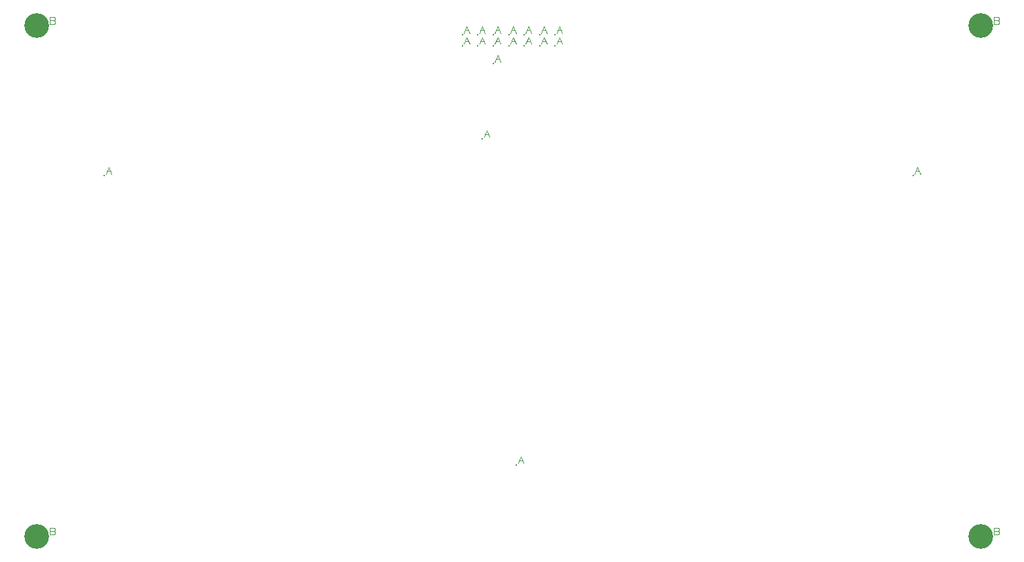
<source format=gbr>
G04 GENERATED BY PULSONIX 7.0 GERBER.DLL 4573*
%INHILLSTAR_100X50_EL_V1_0*%
%LNGERBER_DRILL*%
%FSLAX33Y33*%
%IPPOS*%
%LPD*%
%OFA0B0*%
%MOMM*%
%ADD15C,0.125*%
%ADD146C,0.250*%
%ADD698C,3.200*%
X0Y0D02*
D02*
D15*
X71036Y94611D02*
X71183Y94538D01*
X71257Y94391*
X71183Y94244*
X71036Y94170*
X70521*
Y95052*
X71036*
X71183Y94979*
X71257Y94832*
X71183Y94685*
X71036Y94611*
X70521*
X71036Y160611D02*
X71183Y160538D01*
X71257Y160391*
X71183Y160244*
X71036Y160170*
X70521*
Y161052*
X71036*
X71183Y160979*
X71257Y160832*
X71183Y160685*
X71036Y160611*
X70521*
X77796Y140760D02*
X78164Y141642D01*
X78532Y140760*
X77943Y141128D02*
X78384Y141128D01*
X124046Y157570D02*
X124414Y158452D01*
X124782Y157570*
X124193Y157938D02*
X124634Y157938D01*
X124046Y158970D02*
X124414Y159852D01*
X124782Y158970*
X124193Y159338D02*
X124634Y159338D01*
X126046Y157570D02*
X126414Y158452D01*
X126782Y157570*
X126193Y157938D02*
X126634Y157938D01*
X126046Y158970D02*
X126414Y159852D01*
X126782Y158970*
X126193Y159338D02*
X126634Y159338D01*
X126646Y145570D02*
X127014Y146452D01*
X127382Y145570*
X126793Y145938D02*
X127234Y145938D01*
X128046Y155260D02*
X128414Y156142D01*
X128782Y155260*
X128193Y155628D02*
X128634Y155628D01*
X128046Y157570D02*
X128414Y158452D01*
X128782Y157570*
X128193Y157938D02*
X128634Y157938D01*
X128046Y158970D02*
X128414Y159852D01*
X128782Y158970*
X128193Y159338D02*
X128634Y159338D01*
X130046Y157570D02*
X130414Y158452D01*
X130782Y157570*
X130193Y157938D02*
X130634Y157938D01*
X130046Y158970D02*
X130414Y159852D01*
X130782Y158970*
X130193Y159338D02*
X130634Y159338D01*
X131046Y103380D02*
X131414Y104262D01*
X131782Y103380*
X131193Y103748D02*
X131634Y103748D01*
X132046Y157570D02*
X132414Y158452D01*
X132782Y157570*
X132193Y157938D02*
X132634Y157938D01*
X132046Y158970D02*
X132414Y159852D01*
X132782Y158970*
X132193Y159338D02*
X132634Y159338D01*
X134046Y157570D02*
X134414Y158452D01*
X134782Y157570*
X134193Y157938D02*
X134634Y157938D01*
X134046Y158970D02*
X134414Y159852D01*
X134782Y158970*
X134193Y159338D02*
X134634Y159338D01*
X136046Y157570D02*
X136414Y158452D01*
X136782Y157570*
X136193Y157938D02*
X136634Y157938D01*
X136046Y158970D02*
X136414Y159852D01*
X136782Y158970*
X136193Y159338D02*
X136634Y159338D01*
X182296Y140760D02*
X182664Y141642D01*
X183032Y140760*
X182443Y141128D02*
X182884Y141128D01*
X193036Y94611D02*
X193183Y94538D01*
X193257Y94391*
X193183Y94244*
X193036Y94170*
X192521*
Y95052*
X193036*
X193183Y94979*
X193257Y94832*
X193183Y94685*
X193036Y94611*
X192521*
X193036Y160611D02*
X193183Y160538D01*
X193257Y160391*
X193183Y160244*
X193036Y160170*
X192521*
Y161052*
X193036*
X193183Y160979*
X193257Y160832*
X193183Y160685*
X193036Y160611*
X192521*
D02*
D146*
X77609Y140540D03*
X123859Y157350D03*
Y158750D03*
X125859Y157350D03*
Y158750D03*
X126459Y145350D03*
X127859Y155040D03*
Y157350D03*
Y158750D03*
X129859Y157350D03*
Y158750D03*
X130859Y103160D03*
X131859Y157350D03*
Y158750D03*
X133859Y157350D03*
Y158750D03*
X135859Y157350D03*
Y158750D03*
X182109Y140540D03*
D02*
D698*
X68859Y93950D03*
Y159950D03*
X190859Y93950D03*
Y159950D03*
X0Y0D02*
M02*

</source>
